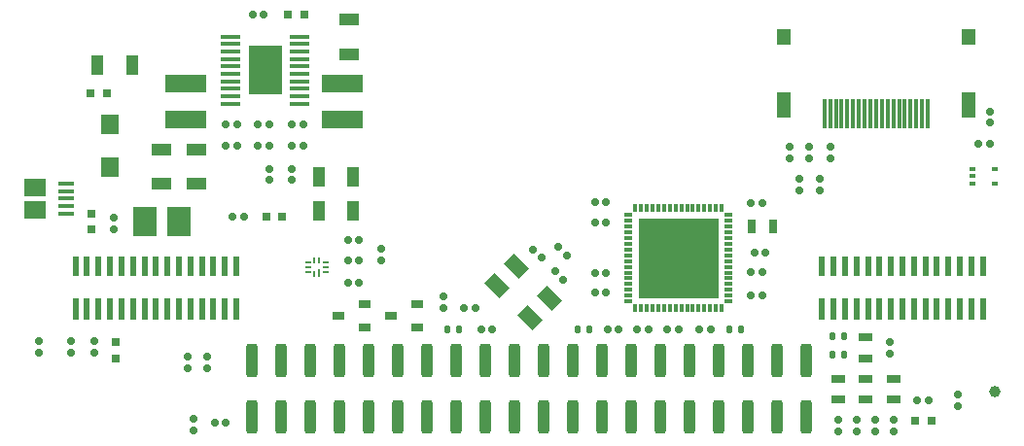
<source format=gbp>
G04 Layer_Color=128*
%FSLAX44Y44*%
%MOMM*%
G71*
G01*
G75*
%ADD11R,1.2000X0.8000*%
%ADD12R,0.8000X0.8000*%
G04:AMPARAMS|DCode=13|XSize=0.55mm|YSize=0.6mm|CornerRadius=0.1375mm|HoleSize=0mm|Usage=FLASHONLY|Rotation=180.000|XOffset=0mm|YOffset=0mm|HoleType=Round|Shape=RoundedRectangle|*
%AMROUNDEDRECTD13*
21,1,0.5500,0.3250,0,0,180.0*
21,1,0.2750,0.6000,0,0,180.0*
1,1,0.2750,-0.1375,0.1625*
1,1,0.2750,0.1375,0.1625*
1,1,0.2750,0.1375,-0.1625*
1,1,0.2750,-0.1375,-0.1625*
%
%ADD13ROUNDEDRECTD13*%
%ADD16R,0.5000X0.4000*%
%ADD18R,1.0000X0.8000*%
G04:AMPARAMS|DCode=19|XSize=0.6mm|YSize=0.6mm|CornerRadius=0.15mm|HoleSize=0mm|Usage=FLASHONLY|Rotation=0.000|XOffset=0mm|YOffset=0mm|HoleType=Round|Shape=RoundedRectangle|*
%AMROUNDEDRECTD19*
21,1,0.6000,0.3000,0,0,0.0*
21,1,0.3000,0.6000,0,0,0.0*
1,1,0.3000,0.1500,-0.1500*
1,1,0.3000,-0.1500,-0.1500*
1,1,0.3000,-0.1500,0.1500*
1,1,0.3000,0.1500,0.1500*
%
%ADD19ROUNDEDRECTD19*%
G04:AMPARAMS|DCode=20|XSize=0.6mm|YSize=0.6mm|CornerRadius=0.15mm|HoleSize=0mm|Usage=FLASHONLY|Rotation=90.000|XOffset=0mm|YOffset=0mm|HoleType=Round|Shape=RoundedRectangle|*
%AMROUNDEDRECTD20*
21,1,0.6000,0.3000,0,0,90.0*
21,1,0.3000,0.6000,0,0,90.0*
1,1,0.3000,0.1500,0.1500*
1,1,0.3000,0.1500,-0.1500*
1,1,0.3000,-0.1500,-0.1500*
1,1,0.3000,-0.1500,0.1500*
%
%ADD20ROUNDEDRECTD20*%
%ADD22R,1.0000X1.8000*%
%ADD23R,0.8000X0.8000*%
%ADD30R,1.8000X1.0000*%
%ADD31R,0.8000X1.2000*%
G04:AMPARAMS|DCode=34|XSize=0.6mm|YSize=0.6mm|CornerRadius=0.15mm|HoleSize=0mm|Usage=FLASHONLY|Rotation=45.000|XOffset=0mm|YOffset=0mm|HoleType=Round|Shape=RoundedRectangle|*
%AMROUNDEDRECTD34*
21,1,0.6000,0.3000,0,0,45.0*
21,1,0.3000,0.6000,0,0,45.0*
1,1,0.3000,0.2121,0.0000*
1,1,0.3000,0.0000,-0.2121*
1,1,0.3000,-0.2121,0.0000*
1,1,0.3000,0.0000,0.2121*
%
%ADD34ROUNDEDRECTD34*%
%ADD35C,1.0000*%
G04:AMPARAMS|DCode=74|XSize=1.8mm|YSize=1.2mm|CornerRadius=0mm|HoleSize=0mm|Usage=FLASHONLY|Rotation=315.000|XOffset=0mm|YOffset=0mm|HoleType=Round|Shape=Rectangle|*
%AMROTATEDRECTD74*
4,1,4,-1.0607,0.2121,-0.2121,1.0607,1.0607,-0.2121,0.2121,-1.0607,-1.0607,0.2121,0.0*
%
%ADD74ROTATEDRECTD74*%

%ADD75R,0.6000X1.7000*%
%ADD76R,0.6000X1.9000*%
%ADD77R,1.3000X1.4000*%
%ADD78R,1.3000X2.2000*%
%ADD79R,0.3000X2.6000*%
%ADD80R,1.8000X0.4200*%
%ADD81R,3.0000X4.2000*%
%ADD82R,0.2300X0.6630*%
%ADD83R,0.2300X0.5600*%
%ADD84R,0.5600X0.2300*%
%ADD85R,3.6000X1.5000*%
%ADD86O,1.4000X0.4000*%
%ADD87R,1.9000X1.5000*%
%ADD88R,2.0000X2.5000*%
%ADD89R,1.5000X1.8000*%
G04:AMPARAMS|DCode=90|XSize=0.3mm|YSize=0.75mm|CornerRadius=0.075mm|HoleSize=0mm|Usage=FLASHONLY|Rotation=180.000|XOffset=0mm|YOffset=0mm|HoleType=Round|Shape=RoundedRectangle|*
%AMROUNDEDRECTD90*
21,1,0.3000,0.6000,0,0,180.0*
21,1,0.1500,0.7500,0,0,180.0*
1,1,0.1500,-0.0750,0.3000*
1,1,0.1500,0.0750,0.3000*
1,1,0.1500,0.0750,-0.3000*
1,1,0.1500,-0.0750,-0.3000*
%
%ADD90ROUNDEDRECTD90*%
G04:AMPARAMS|DCode=91|XSize=0.3mm|YSize=0.75mm|CornerRadius=0.075mm|HoleSize=0mm|Usage=FLASHONLY|Rotation=270.000|XOffset=0mm|YOffset=0mm|HoleType=Round|Shape=RoundedRectangle|*
%AMROUNDEDRECTD91*
21,1,0.3000,0.6000,0,0,270.0*
21,1,0.1500,0.7500,0,0,270.0*
1,1,0.1500,-0.3000,-0.0750*
1,1,0.1500,-0.3000,0.0750*
1,1,0.1500,0.3000,0.0750*
1,1,0.1500,0.3000,-0.0750*
%
%ADD91ROUNDEDRECTD91*%
%ADD92R,7.0000X7.0000*%
G04:AMPARAMS|DCode=93|XSize=2.9mm|YSize=1mm|CornerRadius=0.25mm|HoleSize=0mm|Usage=FLASHONLY|Rotation=90.000|XOffset=0mm|YOffset=0mm|HoleType=Round|Shape=RoundedRectangle|*
%AMROUNDEDRECTD93*
21,1,2.9000,0.5000,0,0,90.0*
21,1,2.4000,1.0000,0,0,90.0*
1,1,0.5000,0.2500,1.2000*
1,1,0.5000,0.2500,-1.2000*
1,1,0.5000,-0.2500,-1.2000*
1,1,0.5000,-0.2500,1.2000*
%
%ADD93ROUNDEDRECTD93*%
D11*
X767000Y56000D02*
D03*
Y38000D02*
D03*
X743000Y56000D02*
D03*
Y38000D02*
D03*
Y74000D02*
D03*
Y92000D02*
D03*
X719000Y56000D02*
D03*
Y38000D02*
D03*
D12*
X68000Y305000D02*
D03*
X82000D02*
D03*
X221000Y197000D02*
D03*
X235000D02*
D03*
X786000Y19000D02*
D03*
X800000D02*
D03*
D13*
X714000Y93000D02*
D03*
X724000D02*
D03*
Y77000D02*
D03*
X714000D02*
D03*
X634000Y99000D02*
D03*
X624000D02*
D03*
X379000D02*
D03*
X389000D02*
D03*
X502000D02*
D03*
X492000D02*
D03*
D16*
X855000Y226000D02*
D03*
Y239000D02*
D03*
X836000D02*
D03*
Y232500D02*
D03*
Y226000D02*
D03*
D18*
X352500Y121000D02*
D03*
Y101000D02*
D03*
X329500Y111000D02*
D03*
X283500D02*
D03*
X306500Y101000D02*
D03*
Y121000D02*
D03*
D19*
X823000Y32000D02*
D03*
Y42000D02*
D03*
X764000Y78000D02*
D03*
Y88000D02*
D03*
X71000Y89000D02*
D03*
Y79000D02*
D03*
X677000Y258000D02*
D03*
Y248000D02*
D03*
X170000Y65000D02*
D03*
Y75000D02*
D03*
X153000Y65000D02*
D03*
Y75000D02*
D03*
X375000Y118000D02*
D03*
Y128000D02*
D03*
X751000Y10000D02*
D03*
Y20000D02*
D03*
X735000Y10000D02*
D03*
Y20000D02*
D03*
X719000Y10000D02*
D03*
Y20000D02*
D03*
X767000Y10000D02*
D03*
Y20000D02*
D03*
X703000Y220000D02*
D03*
Y230000D02*
D03*
X685000Y220000D02*
D03*
Y230000D02*
D03*
X694000Y248000D02*
D03*
Y258000D02*
D03*
X712000Y248000D02*
D03*
Y258000D02*
D03*
X23000Y79000D02*
D03*
Y89000D02*
D03*
X51000D02*
D03*
Y79000D02*
D03*
X158000Y11000D02*
D03*
Y21000D02*
D03*
X321000Y169000D02*
D03*
Y159000D02*
D03*
X88000Y196000D02*
D03*
Y186000D02*
D03*
X851000Y289000D02*
D03*
Y279000D02*
D03*
X224000Y239000D02*
D03*
Y229000D02*
D03*
X243000Y239000D02*
D03*
Y229000D02*
D03*
D20*
X646000Y166000D02*
D03*
X656000D02*
D03*
X570000Y99000D02*
D03*
X580000D02*
D03*
X507000Y131000D02*
D03*
X517000D02*
D03*
X518000Y99000D02*
D03*
X528000D02*
D03*
X517000Y148500D02*
D03*
X507000D02*
D03*
X643000Y149000D02*
D03*
X653000D02*
D03*
X643000Y129000D02*
D03*
X653000D02*
D03*
X517000Y192000D02*
D03*
X507000D02*
D03*
X544000Y99000D02*
D03*
X554000D02*
D03*
X643000Y209000D02*
D03*
X653000D02*
D03*
X598000Y99000D02*
D03*
X608000D02*
D03*
X798000Y37000D02*
D03*
X788000D02*
D03*
X302000Y177000D02*
D03*
X292000D02*
D03*
X302000Y159000D02*
D03*
X292000D02*
D03*
X186000Y18000D02*
D03*
X176000D02*
D03*
X219000Y373000D02*
D03*
X209000D02*
D03*
X214000Y259000D02*
D03*
X224000D02*
D03*
X214000Y278000D02*
D03*
X224000D02*
D03*
X253000Y259000D02*
D03*
X243000D02*
D03*
X186000D02*
D03*
X196000D02*
D03*
X202000Y197000D02*
D03*
X192000D02*
D03*
X243000Y278000D02*
D03*
X253000D02*
D03*
X196000D02*
D03*
X186000D02*
D03*
X302000Y140000D02*
D03*
X292000D02*
D03*
X841000Y261000D02*
D03*
X851000D02*
D03*
X418000Y99000D02*
D03*
X408000D02*
D03*
X403000Y118000D02*
D03*
X393000D02*
D03*
X507000Y210000D02*
D03*
X517000D02*
D03*
D22*
X74000Y329000D02*
D03*
X104000D02*
D03*
X267000Y202000D02*
D03*
X297000D02*
D03*
Y232000D02*
D03*
X267000D02*
D03*
D23*
X90000Y88000D02*
D03*
Y74000D02*
D03*
X240000Y373000D02*
D03*
X254000D02*
D03*
X69000Y186000D02*
D03*
Y200000D02*
D03*
D30*
X293000Y369000D02*
D03*
Y339000D02*
D03*
X130000Y226000D02*
D03*
Y256000D02*
D03*
X160000D02*
D03*
Y226000D02*
D03*
D31*
X644000Y189000D02*
D03*
X662000D02*
D03*
D34*
X475465Y170536D02*
D03*
X482536Y163465D02*
D03*
X479535Y142465D02*
D03*
X472464Y149536D02*
D03*
X453465Y168535D02*
D03*
X460536Y161465D02*
D03*
D35*
X855000Y45000D02*
D03*
D74*
X450314Y108745D02*
D03*
X422029Y137029D02*
D03*
X467284Y125716D02*
D03*
X439000Y154000D02*
D03*
D75*
X55000D02*
D03*
X65000D02*
D03*
X75000D02*
D03*
X85000D02*
D03*
X95000D02*
D03*
X105000D02*
D03*
X115000D02*
D03*
X125000D02*
D03*
X135000D02*
D03*
X145000D02*
D03*
X155000D02*
D03*
X165000D02*
D03*
X175000D02*
D03*
X185000D02*
D03*
X195000D02*
D03*
X845000D02*
D03*
X835000D02*
D03*
X825000D02*
D03*
X815000D02*
D03*
X805000D02*
D03*
X795000D02*
D03*
X785000D02*
D03*
X775000D02*
D03*
X765000D02*
D03*
X755000D02*
D03*
X745000D02*
D03*
X735000D02*
D03*
X725000D02*
D03*
X715000D02*
D03*
X705000D02*
D03*
D76*
X55000Y116500D02*
D03*
X65000D02*
D03*
X75000D02*
D03*
X85000D02*
D03*
X95000D02*
D03*
X105000D02*
D03*
X115000D02*
D03*
X125000D02*
D03*
X135000D02*
D03*
X145000D02*
D03*
X155000D02*
D03*
X165000D02*
D03*
X175000D02*
D03*
X185000D02*
D03*
X195000D02*
D03*
X845000D02*
D03*
X835000D02*
D03*
X825000D02*
D03*
X815000D02*
D03*
X805000D02*
D03*
X795000D02*
D03*
X785000D02*
D03*
X775000D02*
D03*
X765000D02*
D03*
X755000D02*
D03*
X745000D02*
D03*
X735000D02*
D03*
X725000D02*
D03*
X715000D02*
D03*
X705000D02*
D03*
D77*
X832500Y354000D02*
D03*
X671500D02*
D03*
D78*
Y294500D02*
D03*
X832500D02*
D03*
D79*
X707000Y287000D02*
D03*
X712000D02*
D03*
X717000D02*
D03*
X722000D02*
D03*
X727000D02*
D03*
X732000D02*
D03*
X737000D02*
D03*
X742000D02*
D03*
X747000D02*
D03*
X752000D02*
D03*
X757000D02*
D03*
X762000D02*
D03*
X767000D02*
D03*
X772000D02*
D03*
X777000D02*
D03*
X782000D02*
D03*
X787000D02*
D03*
X792000D02*
D03*
X797000D02*
D03*
D80*
X249700Y354250D02*
D03*
Y347750D02*
D03*
Y341250D02*
D03*
Y334750D02*
D03*
Y328250D02*
D03*
Y321750D02*
D03*
Y315250D02*
D03*
Y308750D02*
D03*
Y302250D02*
D03*
Y295750D02*
D03*
X190300D02*
D03*
Y302250D02*
D03*
Y308750D02*
D03*
Y315250D02*
D03*
Y321750D02*
D03*
Y328250D02*
D03*
Y334750D02*
D03*
Y341250D02*
D03*
Y347750D02*
D03*
Y354250D02*
D03*
D81*
X220000Y325000D02*
D03*
D82*
X267000Y147750D02*
D03*
D83*
X263000Y147250D02*
D03*
Y158750D02*
D03*
X267000D02*
D03*
D84*
X257250Y149000D02*
D03*
Y153000D02*
D03*
X257250Y157000D02*
D03*
X272750D02*
D03*
X272750Y153000D02*
D03*
X272750Y149000D02*
D03*
D85*
X287000Y313000D02*
D03*
Y282000D02*
D03*
X151000Y313000D02*
D03*
Y282000D02*
D03*
D86*
X47000Y213000D02*
D03*
Y206500D02*
D03*
Y200000D02*
D03*
Y226000D02*
D03*
Y219500D02*
D03*
D87*
X20000Y203000D02*
D03*
Y223000D02*
D03*
D88*
X145000Y193000D02*
D03*
X115000D02*
D03*
D89*
X85000Y240000D02*
D03*
Y278000D02*
D03*
D90*
X542500Y204750D02*
D03*
X547500D02*
D03*
X552500D02*
D03*
X557500D02*
D03*
X562500D02*
D03*
X567500D02*
D03*
X572500D02*
D03*
X577500D02*
D03*
X582500D02*
D03*
X587500D02*
D03*
X592500D02*
D03*
X597500D02*
D03*
X602500D02*
D03*
X607500D02*
D03*
X612500D02*
D03*
X617500D02*
D03*
Y117250D02*
D03*
X612500D02*
D03*
X607500D02*
D03*
X602500D02*
D03*
X597500D02*
D03*
X592500D02*
D03*
X587500D02*
D03*
X582500D02*
D03*
X577500D02*
D03*
X572500D02*
D03*
X567500D02*
D03*
X562500D02*
D03*
X557500D02*
D03*
X552500D02*
D03*
X547500D02*
D03*
X542500D02*
D03*
D91*
X623750Y198500D02*
D03*
Y193500D02*
D03*
Y188500D02*
D03*
Y183500D02*
D03*
Y178500D02*
D03*
Y173500D02*
D03*
Y168500D02*
D03*
Y163500D02*
D03*
Y158500D02*
D03*
Y153500D02*
D03*
Y148500D02*
D03*
Y143500D02*
D03*
Y138500D02*
D03*
Y133500D02*
D03*
Y128500D02*
D03*
Y123500D02*
D03*
X536250D02*
D03*
Y128500D02*
D03*
X536250Y133500D02*
D03*
Y138500D02*
D03*
Y143500D02*
D03*
Y148500D02*
D03*
Y153500D02*
D03*
X536250Y158500D02*
D03*
Y163500D02*
D03*
X536250Y168500D02*
D03*
Y173500D02*
D03*
Y178500D02*
D03*
Y183500D02*
D03*
Y188500D02*
D03*
Y193500D02*
D03*
Y198500D02*
D03*
D92*
X580000Y161000D02*
D03*
D93*
X513500Y71740D02*
D03*
Y22440D02*
D03*
X208700D02*
D03*
Y71740D02*
D03*
X234100Y22440D02*
D03*
Y71740D02*
D03*
X259500Y22440D02*
D03*
Y71740D02*
D03*
X284900Y22440D02*
D03*
Y71740D02*
D03*
X310300Y22440D02*
D03*
Y71740D02*
D03*
X335700Y22440D02*
D03*
Y71740D02*
D03*
X361100Y22440D02*
D03*
Y71740D02*
D03*
X386500Y22440D02*
D03*
Y71740D02*
D03*
X411900Y22440D02*
D03*
Y71740D02*
D03*
X437300Y22440D02*
D03*
Y71740D02*
D03*
X462700Y22440D02*
D03*
Y71740D02*
D03*
X488100Y22440D02*
D03*
Y71740D02*
D03*
X538900Y22440D02*
D03*
Y71740D02*
D03*
X564300Y22440D02*
D03*
Y71740D02*
D03*
X589700Y22440D02*
D03*
Y71740D02*
D03*
X615100Y22440D02*
D03*
Y71740D02*
D03*
X640500Y22440D02*
D03*
Y71740D02*
D03*
X665900Y22440D02*
D03*
Y71740D02*
D03*
X691300Y22440D02*
D03*
Y71740D02*
D03*
M02*

</source>
